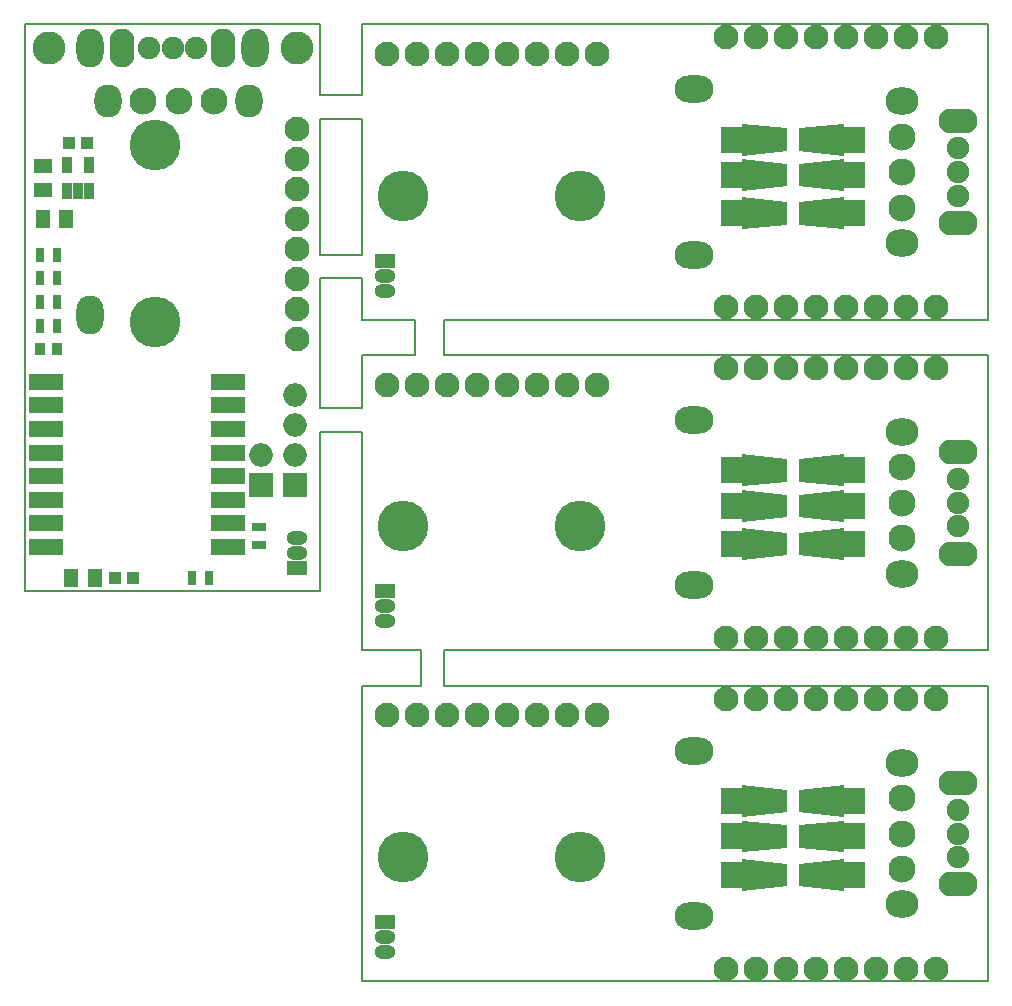
<source format=gbr>
G04 #@! TF.FileFunction,Soldermask,Top*
%FSLAX46Y46*%
G04 Gerber Fmt 4.6, Leading zero omitted, Abs format (unit mm)*
G04 Created by KiCad (PCBNEW 4.0.6) date 07/26/18 14:24:44*
%MOMM*%
%LPD*%
G01*
G04 APERTURE LIST*
%ADD10C,0.100000*%
%ADD11C,0.150000*%
%ADD12C,4.300000*%
%ADD13O,3.300000X2.300000*%
%ADD14C,2.300000*%
%ADD15O,2.800000X2.300000*%
%ADD16C,2.100000*%
%ADD17O,1.800000X1.200000*%
%ADD18R,1.800000X1.200000*%
%ADD19O,3.300000X2.100000*%
%ADD20C,1.900000*%
%ADD21R,2.298980X2.298980*%
%ADD22O,2.300000X3.300000*%
%ADD23R,2.000000X2.000000*%
%ADD24O,2.000000X2.000000*%
%ADD25C,2.800000*%
%ADD26R,2.900000X1.400000*%
%ADD27R,1.300000X1.550000*%
%ADD28R,1.100000X1.050000*%
%ADD29R,1.550000X1.300000*%
%ADD30R,0.800000X1.200000*%
%ADD31R,0.950000X1.360000*%
%ADD32R,1.200000X0.800000*%
%ADD33R,0.900000X1.000000*%
%ADD34O,2.100000X3.300000*%
%ADD35O,2.300000X2.800000*%
G04 APERTURE END LIST*
D10*
D11*
X113000000Y-61000000D02*
X67000000Y-61000000D01*
X67000000Y-58000000D02*
X113000000Y-58000000D01*
X60000000Y-61000000D02*
X64500000Y-61000000D01*
X60000000Y-58000000D02*
X64500000Y-58000000D01*
X60000000Y-54500000D02*
X60000000Y-58000000D01*
X60000000Y-41000000D02*
X60000000Y-52500000D01*
X60000000Y-33000000D02*
X60000000Y-39000000D01*
X56500000Y-33000000D02*
X56500000Y-39000000D01*
X56500000Y-52500000D02*
X56500000Y-41000000D01*
X56500000Y-65500000D02*
X56500000Y-54500000D01*
X56500000Y-81000000D02*
X56500000Y-67500000D01*
X60000000Y-67500000D02*
X60000000Y-86000000D01*
X60000000Y-61000000D02*
X60000000Y-65500000D01*
X113000000Y-89000000D02*
X67000000Y-89000000D01*
X67000000Y-86000000D02*
X113000000Y-86000000D01*
X60000000Y-86000000D02*
X65000000Y-86000000D01*
X60000000Y-89000000D02*
X65000000Y-89000000D01*
X67000000Y-86000000D02*
X67000000Y-89000000D01*
X65000000Y-86000000D02*
X65000000Y-89000000D01*
X56500000Y-67500000D02*
X60000000Y-67500000D01*
X56500000Y-65500000D02*
X60000000Y-65500000D01*
X67000000Y-61000000D02*
X67000000Y-58000000D01*
X64500000Y-58000000D02*
X64500000Y-61000000D01*
X56500000Y-54500000D02*
X60000000Y-54500000D01*
X56500000Y-52500000D02*
X60000000Y-52500000D01*
X56500000Y-41000000D02*
X60000000Y-41000000D01*
X56500000Y-39000000D02*
X60000000Y-39000000D01*
X113000000Y-33000000D02*
X60000000Y-33000000D01*
X113000000Y-33000000D02*
X113000000Y-58000000D01*
X113000000Y-61000000D02*
X113000000Y-86000000D01*
X60000000Y-114000000D02*
X113000000Y-114000000D01*
X60000000Y-89000000D02*
X60000000Y-114000000D01*
X113000000Y-89000000D02*
X113000000Y-114000000D01*
X31500000Y-33000000D02*
X56500000Y-33000000D01*
X31500000Y-34500000D02*
X31500000Y-33000000D01*
X31500000Y-81000000D02*
X56500000Y-81000000D01*
X31500000Y-80500000D02*
X31500000Y-81000000D01*
X31500000Y-80500000D02*
X31500000Y-34500000D01*
D12*
X78500000Y-47500000D03*
X63500000Y-47500000D03*
D13*
X88150000Y-38500000D03*
X88150000Y-52500000D03*
D14*
X105750000Y-48500000D03*
D15*
X105750000Y-51500000D03*
X105750000Y-39500000D03*
D14*
X105750000Y-42500000D03*
X105750000Y-45500000D03*
D16*
X90840000Y-56930000D03*
X93380000Y-56930000D03*
X95920000Y-56930000D03*
X98460000Y-56930000D03*
X101000000Y-56930000D03*
X103540000Y-56930000D03*
X106080000Y-56930000D03*
X108620000Y-56930000D03*
X108620000Y-34070000D03*
X106080000Y-34070000D03*
X103540000Y-34070000D03*
X101000000Y-34070000D03*
X98460000Y-34070000D03*
X95920000Y-34070000D03*
X93380000Y-34070000D03*
X90840000Y-34070000D03*
X69730000Y-35500000D03*
X72270000Y-35500000D03*
X67190000Y-35500000D03*
X74810000Y-35500000D03*
X64650000Y-35500000D03*
X77350000Y-35500000D03*
X62110000Y-35500000D03*
X79890000Y-35500000D03*
D17*
X62000000Y-54270000D03*
X62000000Y-55540000D03*
D18*
X62000000Y-53000000D03*
D19*
X110500000Y-49800000D03*
X110500000Y-41200000D03*
D20*
X110500000Y-47500000D03*
X110500000Y-43500000D03*
X110500000Y-45500000D03*
D10*
G36*
X92186940Y-47098880D02*
X92186940Y-44401120D01*
X95987060Y-44799900D01*
X95987060Y-46700100D01*
X92186940Y-47098880D01*
X92186940Y-47098880D01*
G37*
G36*
X100813060Y-44401120D02*
X100813060Y-47098880D01*
X97012940Y-46700100D01*
X97012940Y-44799900D01*
X100813060Y-44401120D01*
X100813060Y-44401120D01*
G37*
D21*
X91498740Y-45750000D03*
X101501260Y-45750000D03*
D10*
G36*
X100813060Y-41401120D02*
X100813060Y-44098880D01*
X97012940Y-43700100D01*
X97012940Y-41799900D01*
X100813060Y-41401120D01*
X100813060Y-41401120D01*
G37*
G36*
X92186940Y-44098880D02*
X92186940Y-41401120D01*
X95987060Y-41799900D01*
X95987060Y-43700100D01*
X92186940Y-44098880D01*
X92186940Y-44098880D01*
G37*
D21*
X101501260Y-42750000D03*
X91498740Y-42750000D03*
D10*
G36*
X100813060Y-47651120D02*
X100813060Y-50348880D01*
X97012940Y-49950100D01*
X97012940Y-48049900D01*
X100813060Y-47651120D01*
X100813060Y-47651120D01*
G37*
G36*
X92186940Y-50348880D02*
X92186940Y-47651120D01*
X95987060Y-48049900D01*
X95987060Y-49950100D01*
X92186940Y-50348880D01*
X92186940Y-50348880D01*
G37*
D21*
X101501260Y-49000000D03*
X91498740Y-49000000D03*
D12*
X78500000Y-75500000D03*
X63500000Y-75500000D03*
D13*
X88150000Y-66500000D03*
X88150000Y-80500000D03*
D14*
X105750000Y-76500000D03*
D15*
X105750000Y-79500000D03*
X105750000Y-67500000D03*
D14*
X105750000Y-70500000D03*
X105750000Y-73500000D03*
D16*
X90840000Y-84930000D03*
X93380000Y-84930000D03*
X95920000Y-84930000D03*
X98460000Y-84930000D03*
X101000000Y-84930000D03*
X103540000Y-84930000D03*
X106080000Y-84930000D03*
X108620000Y-84930000D03*
X108620000Y-62070000D03*
X106080000Y-62070000D03*
X103540000Y-62070000D03*
X101000000Y-62070000D03*
X98460000Y-62070000D03*
X95920000Y-62070000D03*
X93380000Y-62070000D03*
X90840000Y-62070000D03*
X69730000Y-63500000D03*
X72270000Y-63500000D03*
X67190000Y-63500000D03*
X74810000Y-63500000D03*
X64650000Y-63500000D03*
X77350000Y-63500000D03*
X62110000Y-63500000D03*
X79890000Y-63500000D03*
D17*
X62000000Y-82270000D03*
X62000000Y-83540000D03*
D18*
X62000000Y-81000000D03*
D19*
X110500000Y-77800000D03*
X110500000Y-69200000D03*
D20*
X110500000Y-75500000D03*
X110500000Y-71500000D03*
X110500000Y-73500000D03*
D10*
G36*
X92186940Y-75098880D02*
X92186940Y-72401120D01*
X95987060Y-72799900D01*
X95987060Y-74700100D01*
X92186940Y-75098880D01*
X92186940Y-75098880D01*
G37*
G36*
X100813060Y-72401120D02*
X100813060Y-75098880D01*
X97012940Y-74700100D01*
X97012940Y-72799900D01*
X100813060Y-72401120D01*
X100813060Y-72401120D01*
G37*
D21*
X91498740Y-73750000D03*
X101501260Y-73750000D03*
D10*
G36*
X100813060Y-69401120D02*
X100813060Y-72098880D01*
X97012940Y-71700100D01*
X97012940Y-69799900D01*
X100813060Y-69401120D01*
X100813060Y-69401120D01*
G37*
G36*
X92186940Y-72098880D02*
X92186940Y-69401120D01*
X95987060Y-69799900D01*
X95987060Y-71700100D01*
X92186940Y-72098880D01*
X92186940Y-72098880D01*
G37*
D21*
X101501260Y-70750000D03*
X91498740Y-70750000D03*
D10*
G36*
X100813060Y-75651120D02*
X100813060Y-78348880D01*
X97012940Y-77950100D01*
X97012940Y-76049900D01*
X100813060Y-75651120D01*
X100813060Y-75651120D01*
G37*
G36*
X92186940Y-78348880D02*
X92186940Y-75651120D01*
X95987060Y-76049900D01*
X95987060Y-77950100D01*
X92186940Y-78348880D01*
X92186940Y-78348880D01*
G37*
D21*
X101501260Y-77000000D03*
X91498740Y-77000000D03*
D12*
X78500000Y-103500000D03*
X63500000Y-103500000D03*
D13*
X88150000Y-94500000D03*
X88150000Y-108500000D03*
D14*
X105750000Y-104500000D03*
D15*
X105750000Y-107500000D03*
X105750000Y-95500000D03*
D14*
X105750000Y-98500000D03*
X105750000Y-101500000D03*
D16*
X90840000Y-112930000D03*
X93380000Y-112930000D03*
X95920000Y-112930000D03*
X98460000Y-112930000D03*
X101000000Y-112930000D03*
X103540000Y-112930000D03*
X106080000Y-112930000D03*
X108620000Y-112930000D03*
X108620000Y-90070000D03*
X106080000Y-90070000D03*
X103540000Y-90070000D03*
X101000000Y-90070000D03*
X98460000Y-90070000D03*
X95920000Y-90070000D03*
X93380000Y-90070000D03*
X90840000Y-90070000D03*
X69730000Y-91500000D03*
X72270000Y-91500000D03*
X67190000Y-91500000D03*
X74810000Y-91500000D03*
X64650000Y-91500000D03*
X77350000Y-91500000D03*
X62110000Y-91500000D03*
X79890000Y-91500000D03*
D17*
X62000000Y-110270000D03*
X62000000Y-111540000D03*
D18*
X62000000Y-109000000D03*
D19*
X110500000Y-105800000D03*
X110500000Y-97200000D03*
D20*
X110500000Y-103500000D03*
X110500000Y-99500000D03*
X110500000Y-101500000D03*
D10*
G36*
X92186940Y-103098880D02*
X92186940Y-100401120D01*
X95987060Y-100799900D01*
X95987060Y-102700100D01*
X92186940Y-103098880D01*
X92186940Y-103098880D01*
G37*
G36*
X100813060Y-100401120D02*
X100813060Y-103098880D01*
X97012940Y-102700100D01*
X97012940Y-100799900D01*
X100813060Y-100401120D01*
X100813060Y-100401120D01*
G37*
D21*
X91498740Y-101750000D03*
X101501260Y-101750000D03*
D10*
G36*
X100813060Y-97401120D02*
X100813060Y-100098880D01*
X97012940Y-99700100D01*
X97012940Y-97799900D01*
X100813060Y-97401120D01*
X100813060Y-97401120D01*
G37*
G36*
X92186940Y-100098880D02*
X92186940Y-97401120D01*
X95987060Y-97799900D01*
X95987060Y-99700100D01*
X92186940Y-100098880D01*
X92186940Y-100098880D01*
G37*
D21*
X101501260Y-98750000D03*
X91498740Y-98750000D03*
D10*
G36*
X100813060Y-103651120D02*
X100813060Y-106348880D01*
X97012940Y-105950100D01*
X97012940Y-104049900D01*
X100813060Y-103651120D01*
X100813060Y-103651120D01*
G37*
G36*
X92186940Y-106348880D02*
X92186940Y-103651120D01*
X95987060Y-104049900D01*
X95987060Y-105950100D01*
X92186940Y-106348880D01*
X92186940Y-106348880D01*
G37*
D21*
X101501260Y-105000000D03*
X91498740Y-105000000D03*
D22*
X37000000Y-57600000D03*
X51000000Y-35000000D03*
X37000000Y-35000000D03*
D12*
X42510000Y-43220000D03*
X42490000Y-58230000D03*
D16*
X54500000Y-49480000D03*
X54500000Y-52020000D03*
X54500000Y-46940000D03*
X54500000Y-54560000D03*
X54500000Y-44400000D03*
X54500000Y-57100000D03*
X54500000Y-41860000D03*
X54500000Y-59640000D03*
D23*
X51500000Y-72000000D03*
D24*
X51500000Y-69460000D03*
D25*
X54500000Y-35000000D03*
X33500000Y-35000000D03*
D26*
X33300000Y-63250000D03*
X33300000Y-65250000D03*
X33300000Y-67250000D03*
X33300000Y-69250000D03*
X33300000Y-71250000D03*
X33300000Y-73250000D03*
X33300000Y-75250000D03*
X33300000Y-77250000D03*
X48700000Y-77250000D03*
X48700000Y-75250000D03*
X48700000Y-73250000D03*
X48700000Y-71250000D03*
X48700000Y-69250000D03*
X48700000Y-67250000D03*
X48700000Y-65250000D03*
X48700000Y-63250000D03*
D27*
X35000000Y-49500000D03*
X33000000Y-49500000D03*
D28*
X35250000Y-43000000D03*
X36750000Y-43000000D03*
D29*
X33000000Y-45000000D03*
X33000000Y-47000000D03*
D30*
X34250000Y-52500000D03*
X32750000Y-52500000D03*
X45600000Y-79890000D03*
X47100000Y-79890000D03*
X32750000Y-54500000D03*
X34250000Y-54500000D03*
D31*
X35050000Y-47100000D03*
X36000000Y-47100000D03*
X36950000Y-47100000D03*
X36950000Y-44900000D03*
X35050000Y-44900000D03*
D17*
X54500000Y-77730000D03*
X54500000Y-76460000D03*
D18*
X54500000Y-79000000D03*
D28*
X40650000Y-79900000D03*
X39150000Y-79900000D03*
D27*
X37400000Y-79900000D03*
X35400000Y-79900000D03*
D30*
X34250000Y-56500000D03*
X32750000Y-56500000D03*
X32750000Y-58500000D03*
X34250000Y-58500000D03*
D32*
X51300000Y-77050000D03*
X51300000Y-75550000D03*
D23*
X54400000Y-72000000D03*
D24*
X54400000Y-69460000D03*
X54400000Y-66920000D03*
X54400000Y-64380000D03*
D33*
X32800000Y-60500000D03*
X34200000Y-60500000D03*
D34*
X48300000Y-35000000D03*
X39700000Y-35000000D03*
D20*
X46000000Y-35000000D03*
X42000000Y-35000000D03*
X44000000Y-35000000D03*
D14*
X47500000Y-39500000D03*
D35*
X50500000Y-39500000D03*
X38500000Y-39500000D03*
D14*
X41500000Y-39500000D03*
X44500000Y-39500000D03*
M02*

</source>
